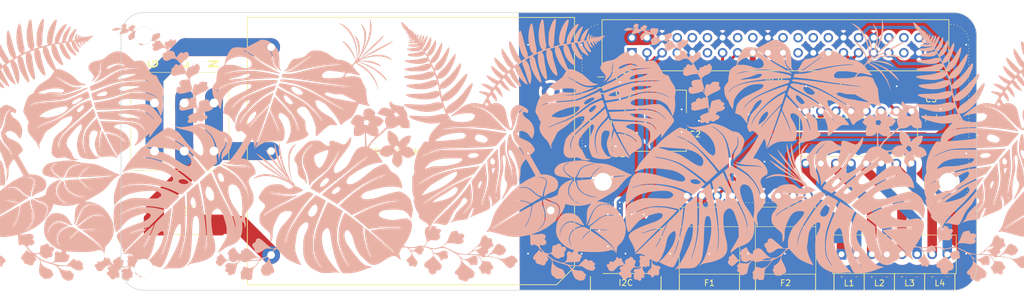
<source format=kicad_pcb>
(kicad_pcb (version 20221018) (generator pcbnew)
  (layers (0 "F.Cu" signal) (31 "B.Cu" signal) (34 "B.Paste" user) (35 "F.Paste" user) (36 "B.SilkS" user "B.Silkscreen") (37 "F.SilkS" user "F.Silkscreen") (38 "B.Mask" user) (39 "F.Mask" user) (44 "Edge.Cuts" user))
  (net 0 "")
  (net 1 "+5V")
  (net 2 "PWM0")
  (net 3 "GND")
  (net 4 "PWM1")
  (net 5 "+3V3")
  (net 6 "GPIO21")
  (net 7 "GPIO22")
  (net 8 "GPIO23")
  (net 9 "SDA1")
  (net 10 "SCL1")
  (net 11 "GPIO7")
  (net 12 "GPIO15")
  (net 13 "GPIO16")
  (net 14 "GPIO0")
  (net 15 "GPIO1")
  (net 16 "GPIO17")
  (net 17 "GPIO18")
  (net 18 "GPIO4")
  (net 19 "GPIO5")
  (net 20 "GPIO13")
  (net 21 "GPIO6")
  (net 22 "GPIO14")
  (net 23 "GPIO10")
  (net 24 "GPIO11")
  (net 25 "GPIO24")
  (net 26 "GPIO27")
  (net 27 "GPIO25")
  (net 28 "GPIO9")
  (net 29 "GPIO8")
  (net 30 "Earth")
  (net 31 "Net-(RN1-Pad5)")
  (net 32 "Net-(RN1-Pad6)")
  (net 33 "Net-(RN1-Pad7)")
  (net 34 "Net-(RN1-Pad8)")
  (net 35 "Net-(TRANSFORMER1-AC(L))")
  (net 38 "LINE")
  (net 39 "NEUT")
  (net 40 "Net-(J2-Pad1)")
  (net 41 "Net-(J2-Pad2)")
  (net 42 "Net-(J2-Pad3)")
  (net 43 "Net-(J2-Pad4)")
  (net 44 "Net-(J2-Pad5)")
  (net 45 "Net-(J2-Pad6)")
  (net 46 "Net-(J2-Pad7)")
  (net 47 "Net-(J2-Pad8)")
  (net 48 "GPIO26")
  (net 49 "GPIO20")
  (footprint "Greenhouse-Footprints:mounting hole" (layer "F.Cu") (at 40.8 103.45)
    (fp_text reference "REF**" hide)
    (fp_text value "mounting hole" hide)
    (fp_circle (center 0 0) (end 1.5 0) (stroke (width 0.05)) (fill none) (layer "Edge.Cuts"))
    (pad "" np_thru_hole circle (at 0 0) (size 3 3) (drill 3) (layers "F&B.Cu" "*.Mask") (clearance 0.5))
  )
  (footprint "Greenhouse-Footprints:Fan Header 3,4-pin through hole right angle, custom" (layer "F.Cu") (at 135.904 93.248 180)
    (fp_text reference "F1" (at 0 -12.782 unlocked) (layer "F.SilkS"))
    (fp_text value "Conn_01x03" hide)
    (pad "1" thru_hole circle (at -3.81 1.9 180) (size 1.6 1.6) (drill 1) (layers "*.Cu" "*.Mask") (net 4 "PWM1"))
    (pad "2" thru_hole circle (at -1.27 1.9 180) (size 1.6 1.6) (drill 1) (layers "*.Cu" "*.Mask") (net 26 "GPIO27"))
    (pad "3" thru_hole circle (at 1.27 1.9 180) (size 1.6 1.6) (drill 1) (layers "*.Cu" "*.Mask") (net 1 "+5V"))
    (pad "4" thru_hole circle (at 3.81 1.9 180) (size 1.6 1.6) (drill 1) (layers "*.Cu" "*.Mask") (net 3 "GND"))
  )
  (footprint "Greenhouse-Footprints:JST_S4B-PH-SM4-TB, custom" (layer "F.Cu") (at 121.836 97.185 180)
    (fp_text reference "I2C" (at 0 -8.815) (layer "F.SilkS"))
    (fp_text value "Conn_01x04" hide)
    (pad "1" smd roundrect (at 3 0 180) (size 1 3.5) (layers "F.Cu" "F.Paste" "F.Mask") (net 3 "GND"))
    (pad "2" smd roundrect (at 1 0 180) (size 1 3.5) (layers "F.Cu" "F.Paste" "F.Mask") (net 5 "+3V3"))
    (pad "3" smd roundrect (at -1 0 180) (size 1 3.5) (layers "F.Cu" "F.Paste" "F.Mask") (net 9 "SDA1"))
    (pad "4" smd roundrect (at -3 0 180) (size 1 3.5) (layers "F.Cu" "F.Paste" "F.Mask") (net 10 "SCL1"))
    (pad "P1" smd roundrect (at 5.35 -5.75 180) (size 1.5 3.4) (layers "F.Cu" "F.Paste" "F.Mask") (roundrect_rratio 0.3333333333))
    (pad "P2" smd roundrect (at -5.35 -5.75 180) (size 1.5 3.4) (layers "F.Cu" "F.Paste" "F.Mask") (roundrect_rratio 0.3333333333))
  )
  (footprint "Greenhouse-Footprints:DIP880W50P254L2034H450Q16" (layer "F.Cu") (at 160.97 81.5 -90)
    (fp_text reference "U1" (at 0 11.364) (layer "F.SilkS"))
    (fp_text value "LTV-847S" hide)
    (pad "1" thru_hole rect (at -4.4 -8.89 270) (size 1.6 1.6) (drill 1) (layers "*.Cu" "*.Mask") (net 5 "+3V3"))
    (pad "2" thru_hole circle (at -4.4 -6.35 270) (size 1.6 1.6) (drill 1) (layers "*.Cu" "*.Mask") (net 34 "Net-(RN1-Pad8)"))
    (pad "3" thru_hole circle (at -4.4 -3.81 270) (size 1.6 1.6) (drill 1) (layers "*.Cu" "*.Mask") (net 5 "+3V3"))
    (pad "4" thru_hole circle (at -4.4 -1.27 270) (size 1.6 1.6) (drill 1) (layers "*.Cu" "*.Mask") (net 33 "Net-(RN1-Pad7)"))
    (pad "5" thru_hole circle (at -4.4 1.27 270) (size 1.6 1.6) (drill 1) (layers "*.Cu" "*.Mask") (net 5 "+3V3"))
    (pad "6" thru_hole circle (at -4.4 3.81 270) (size 1.6 1.6) (drill 1) (layers "*.Cu" "*.Mask") (net 32 "Net-(RN1-Pad6)"))
    (pad "7" thru_hole circle (at -4.4 6.35 270) (size 1.6 1.6) (drill 1) (layers "*.Cu" "*.Mask") (net 5 "+3V3"))
    (pad "8" thru_hole circle (at -4.4 8.89 270) (size 1.6 1.6) (drill 1) (layers "*.Cu" "*.Mask") (net 31 "Net-(RN1-Pad5)"))
    (pad "9" thru_hole circle (at 4.4 8.89 270) (size 1.6 1.6) (drill 1) (layers "*.Cu" "*.Mask") (net 40 "Net-(J2-Pad1)"))
    (pad "10" thru_hole circle (at 4.4 6.35 270) (size 1.6 1.6) (drill 1) (layers "*.Cu" "*.Mask") (net 41 "Net-(J2-Pad2)"))
    (pad "11" thru_hole circle (at 4.4 3.81 270) (size 1.6 1.6) (drill 1) (layers "*.Cu" "*.Mask") (net 42 "Net-(J2-Pad3)"))
    (pad "12" thru_hole circle (at 4.4 1.27 270) (size 1.6 1.6) (drill 1) (layers "*.Cu" "*.Mask") (net 43 "Net-(J2-Pad4)"))
    (pad "13" thru_hole circle (at 4.4 -1.27 270) (size 1.6 1.6) (drill 1) (layers "*.Cu" "*.Mask") (net 44 "Net-(J2-Pad5)"))
    (pad "14" thru_hole circle (at 4.4 -3.81 270) (size 1.6 1.6) (drill 1) (layers "*.Cu" "*.Mask") (net 45 "Net-(J2-Pad6)"))
    (pad "15" thru_hole circle (at 4.4 -6.35 270) (size 1.6 1.6) (drill 1) (layers "*.Cu" "*.Mask") (net 46 "Net-(J2-Pad7)"))
    (pad "16" thru_hole circle (at 4.4 -8.89 270) (size 1.6 1.6) (drill 1) (layers "*.Cu" "*.Mask") (net 47 "Net-(J2-Pad8)"))
  )
  (footprint "Greenhouse-Footprints:RESCAF80P320X160X60-8N" (layer "F.Cu") (at 159.7 72.914 -90)
    (fp_text reference "RN1" (at 0 -2.86 90) (layer "F.SilkS"))
    (fp_text value "CAY16-271J4LF" hide)
    (pad "1" smd roundrect (at -0.875 -1.2 270) (size 1 0.5) (layers "F.Cu" "F.Paste" "F.Mask") (roundrect_rratio 0.07) (net 20 "GPIO13"))
    (pad "2" smd roundrect (at -0.875 -0.4 270) (size 1 0.5) (layers "F.Cu" "F.Paste" "F.Mask") (roundrect_rratio 0.07) (net 21 "GPIO6"))
    (pad "3" smd roundrect (at -0.875 0.4 270) (size 1 0.5) (layers "F.Cu" "F.Paste" "F.Mask") (roundrect_rratio 0.07) (net 19 "GPIO5"))
    (pad "4" smd roundrect (at -0.875 1.2 270) (size 1 0.5) (layers "F.Cu" "F.Paste" "F.Mask") (roundrect_rratio 0.07) (net 14 "GPIO0"))
    (pad "5" smd roundrect (at 0.875 1.2 90) (size 1 0.5) (layers "F.Cu" "F.Paste" "F.Mask") (roundrect_rratio 0.07) (net 31 "Net-(RN1-Pad5)"))
    (pad "6" smd roundrect (at 0.875 0.4 90) (size 1 0.5) (layers "F.Cu" "F.Paste" "F.Mask") (roundrect_rratio 0.07) (net 32 "Net-(RN1-Pad6)"))
    (pad "7" smd roundrect (at 0.875 -0.4 90) (size 1 0.5) (layers "F.Cu" "F.Paste" "F.Mask") (roundrect_rratio 0.07) (net 33 "Net-(RN1-Pad7)"))
    (pad "8" smd roundrect (at 0.875 -1.2 90) (size 1 0.5) (layers "F.Cu" "F.Paste" "F.Mask") (roundrect_rratio 0.07) (net 34 "Net-(RN1-Pad8)"))
  )
  (footprint "Greenhouse-Footprints:CAP_EEEFT1H331AP" (layer "F.Cu") (at 126.873 78.702)
    (fp_text reference "C2" (at 6.604 2.286) (layer "F.SilkS"))
    (fp_text value "330µF" hide)
    (pad "1" smd roundrect (at -4.35 0) (size 4.1 2) (layers "F.Cu" "F.Paste" "F.Mask") (roundrect_rratio 0.2) (net 1 "+5V"))
    (pad "2" smd roundrect (at 4.35 0) (size 4.1 2) (layers "F.Cu" "F.Paste" "F.Mask") (roundrect_rratio 0.2) (net 3 "GND"))
  )
  (footprint "Greenhouse-Footprints:mounting hole" (layer "F.Cu") (at 40.8 64.3)
    (fp_text reference "REF**" hide)
    (fp_text value "mounting hole" hide)
    (fp_circle (center 0 0) (end 1.5 0) (stroke (width 0.05)) (fill none) (layer "Edge.Cuts"))
    (pad "" np_thru_hole circle (at 0 0) (size 3 3) (drill 3) (layers "F&B.Cu" "*.Mask") (clearance 0.5))
  )
  (footprint "Greenhouse-Footprints:LD05-23B05R2-M" (layer "F.Cu") (at 58.22 61.32)
    (fp_text reference "TRANSFORMER" (at 25.727 22.627 unlocked) (layer "F.SilkS"))
    (fp_text value "~" hide)
    (pad "1" thru_hole circle (at 4 5) (size 3 3) (drill 1.3) (layers "*.Cu" "*.Mask") (net 30 "Earth"))
    (pad "2" thru_hole circle (at 4 22.5) (size 3 3) (drill 1.3) (layers "*.Cu" "*.Mask") (net 39 "NEUT"))
    (pad "3" thru_hole circle (at 4 40) (size 3 3) (drill 1.3) (layers "*.Cu" "*.Mask") (net 35 "Net-(TRANSFORMER1-AC(L))"))
    (pad "4" thru_hole circle (at 51 32.5) (size 3 3) (drill 1.3) (layers "*.Cu" "*.Mask") (net 1 "+5V"))
    (pad "5" thru_hole circle (at 51 12.5) (size 3 3) (drill 1.3) (layers "*.Cu" "*.Mask") (net 3 "GND"))
  )
  (footprint "Greenhouse-Footprints:2604-1103" (layer "F.Cu") (at 47.615 83.82)
    (fp_text reference "J1" hide)
    (fp_text value "Conn_01x03" hide)
    (pad "1" thru_hole oval (at -5 -8.1 180) (size 3 5) (drill 1.5) (layers "*.Cu" "*.Mask") (net 30 "Earth"))
    (pad "1" thru_hole oval (at -5 0 180) (size 3 5) (drill 1.5) (layers "*.Cu" "*.Mask") (net 30 "Earth"))
    (pad "2" thru_hole oval (at 0 -8.1 180) (size 3 5) (drill 1.5) (layers "*.Cu" "*.Mask") (net 38 "LINE"))
    (pad "2" thru_hole oval (at 0 0 180) (size 3 5) (drill 1.5) (layers "*.Cu" "*.Mask") (net 38 "LINE"))
    (pad "3" thru_hole oval (at 5 -8.1 180) (size 3 5) (drill 1.5) (layers "*.Cu" "*.Mask") (net 39 "NEUT"))
    (pad "3" thru_hole oval (at 5 0 180) (size 3 5) (drill 1.5) (layers "*.Cu" "*.Mask") (net 39 "NEUT"))
  )
  (footprint "Greenhouse-Footprints:SF-3812TM200T-2" (layer "F.Cu") (at 47.615 96.266 180)
    (fp_text reference "FUSE" (at -0.01 2.667 unlocked) (layer "F.SilkS"))
    (fp_text value "Fuse" hide)
    (pad "1" smd roundrect (at -4.9 0 180) (size 3.8 3.5) (layers "F.Cu" "F.Paste" "F.Mask") (roundrect_rratio 0.15) (net 35 "Net-(TRANSFORMER1-AC(L))"))
    (pad "2" smd roundrect (at 4.9 0 180) (size 3.8 3.5) (layers "F.Cu" "F.Paste" "F.Mask") (roundrect_rratio 0.15) (net 38 "LINE"))
  )
  (footprint "Greenhouse-Footprints:Fan Header 3,4-pin through hole right angle, custom" (layer "F.Cu") (at 148.7 93.248 180)
    (fp_text reference "F2" (at 0 -12.782 unlocked) (layer "F.SilkS"))
    (fp_text value "Conn_01x03" hide)
    (pad "1" thru_hole circle (at -3.81 1.9 180) (size 1.6 1.6) (drill 1) (layers "*.Cu" "*.Mask") (net 2 "PWM0"))
    (pad "2" thru_hole circle (at -1.27 1.9 180) (size 1.6 1.6) (drill 1) (layers "*.Cu" "*.Mask") (net 7 "GPIO22"))
    (pad "3" thru_hole circle (at 1.27 1.9 180) (size 1.6 1.6) (drill 1) (layers "*.Cu" "*.Mask") (net 1 "+5V"))
    (pad "4" thru_hole circle (at 3.81 1.9 180) (size 1.6 1.6) (drill 1) (layers "*.Cu" "*.Mask") (net 3 "GND"))
  )
  (footprint "Greenhouse-Footprints:CAPC3216X180N" (layer "F.Cu") (at 173.17 78.201 90)
    (fp_text reference "C5" (at 3.12 0) (layer "F.SilkS"))
    (fp_text value ".1µF" hide)
    (pad "1" smd roundrect (at -1.46 0 90) (size 1.2 1.82) (layers "F.Cu" "F.Paste" "F.Mask") (roundrect_rratio 0.3333333333) (net 5 "+3V3"))
    (pad "2" smd roundrect (at 1.46 0 90) (size 1.2 1.82) (layers "F.Cu" "F.Paste" "F.Mask") (roundrect_rratio 0.3333333333) (net 3 "GND"))
  )
  (footprint "Greenhouse-Footprints:CAPC3216X180N" (layer "F.Cu") (at 117.665 75.03)
    (fp_text reference "C1" (at 3.366 -0.989) (layer "F.SilkS"))
    (fp_text value "1µF" hide)
    (pad "1" smd roundrect (at -1.46 0) (size 1.2 1.82) (layers "F.Cu" "F.Paste" "F.Mask") (roundrect_rratio 0.3333333333) (net 1 "+5V"))
    (pad "2" smd roundrect (at 1.46 0) (size 1.2 1.82) (layers "F.Cu" "F.Paste" "F.Mask") (roundrect_rratio 0.3333333333) (net 3 "GND"))
  )
  (footprint "Greenhouse-Footprints:CAPC3216X180N" (layer "F.Cu") (at 117.665 72.236)
    (fp_text reference "C3" (at 3.366 -0.989 180) (layer "F.SilkS"))
    (fp_text value ".1µF" hide)
    (pad "1" smd roundrect (at -1.46 0) (size 1.2 1.82) (layers "F.Cu" "F.Paste" "F.Mask") (roundrect_rratio 0.3333333333) (net 1 "+5V"))
    (pad "2" smd roundrect (at 1.46 0) (size 1.2 1.82) (layers "F.Cu" "F.Paste" "F.Mask") (roundrect_rratio 0.3333333333) (net 3 "GND"))
  )
  (footprint "Greenhouse-Footprints:TE_282834-8, custom" (layer "F.Cu") (at 167 101.2)
    (fp_text reference "J2" hide)
    (fp_text value "282834-8" hide)
    (fp_text user "+" (at 6.35 4.064 unlocked) (layer "F.SilkS") (effects (font (size 0.5 0.5) (thickness 0.05)) (justify bottom)))
    (fp_text user "+" (at -3.81 4.064 unlocked) (layer "F.SilkS") (effects (font (size 0.5 0.5) (thickness 0.05)) (justify bottom)))
    (fp_text user "-" (at 3.81 4.064 unlocked) (layer "F.SilkS") (effects (font (size 0.5 0.5) (thickness 0.05)) (justify bottom)))
    (fp_text user "L3" (at 2.54 4.85 unlocked) (layer "F.SilkS"))
    (fp_text user "-" (at -1.27 4.064 unlocked) (layer "F.SilkS") (effects (font (size 0.5 0.5) (thickness 0.05)) (justify bottom)))
    (fp_text user "L4" (at 7.62 4.85 unlocked) (layer "F.SilkS"))
    (fp_text user "L1" (at -7.62 4.85 unlocked) (layer "F.SilkS"))
    (fp_text user "-" (at 8.89 4.064 unlocked) (layer "F.SilkS") (effects (font (size 0.5 0.5) (thickness 0.05)) (justify bottom)))
    (fp_text user "L2" (at -2.54 4.85 unlocked) (layer "F.SilkS"))
    (fp_text user "+" (at 1.27 4.064 unlocked) (layer "F.SilkS") (effects (font (size 0.5 0.5) (thickness 0.05)) (justify bottom)))
    (fp_text user "+" (at -8.89 4.064 unlocked) (layer "F.SilkS") (effects (font (size 0.5 0.5) (thickness 0.05)) (justify bottom)))
    (fp_text user "-" (at -6.35 4.064 unlocked) (layer "F.SilkS") (effects (font (size 0.5 0.5) (thickness 0.05)) (justify bottom)))
    (pad "1" thru_hole rect (at -8.89 0) (size 1.6 1.8) (drill 1) (layers "*.Cu" "*.Mask") (net 40 "Net-(J2-Pad1)"))
    (pad "2" thru_hole circle (at -6.35 0) (size 1.6 1.6) (drill 1) (layers "*.Cu" "*.Mask") (net 41 "Net-(J2-Pad2)"))
    (pad "3" thru_hole circle (at -3.81 0) (size 1.6 1.6) (drill 1) (layers "*.Cu" "*.Mask") (net 42 "Net-(J2-Pad3)"))
    (pad "4" thru_hole circle (at -1.27 0) (size 1.6 1.6) (drill 1) (layers "*.Cu" "*.Mask") (net 43 "Net-(J2-Pad4)"))
    (pad "5" thru_hole circle (at 1.27 0) (size 1.6 1.6) (drill 1) (layers "*.Cu" "*.Mask") (net 44 "Net-(J2-Pad5)"))
    (pad "6" thru_hole circle (at 3.81 0) (size 1.6 1.6) (drill 1) (layers "*.Cu" "*.Mask") (net 45 "Net-(J2-Pad6)"))
    (pad "7" thru_hole circle (at 6.35 0) (size 1.6 1.6) (drill 1) (layers "*.Cu" "*.Mask") (net 46 "Net-(J2-Pad7)"))
    (pad "8" thru_hole circle (at 8.89 0) (size 1.6 1.6) (drill 1) (layers "*.Cu" "*.Mask") (net 47 "Net-(J2-Pad8)"))
  )
  (footprint "Greenhouse-Footprints:Raspi Zero W Socket TH" (layer "F.Cu") (at 147 66)
    (fp_text reference "RPIZ" (at 0 5.501 unlocked) (layer "F.SilkS"))
    (fp_text value "Conn_02x20_Odd_Even" hide)
    (fp_circle (center -29 23) (end -27.5 23) (stroke (width 0.05)) (fill none) (layer "Edge.Cuts"))
    (fp_circle (center 29 23) (end 30.5 23) (stroke (width 0.05)) (fill none) (layer "Edge.Cuts"))
    (pad "" np_thru_hole circle (at -29 23) (size 3 3) (drill 3) (layers "F&B.Cu" "*.Mask") (clearance 0.5))
    (pad "" np_thru_hole circle (at 29 23) (size 3 3) (drill 3) (layers "F&B.Cu" "*.Mask") (clearance 0.5))
    (pad "1" thru_hole rect (at -24.13 1.27) (size 1.6 1.6) (drill 1) (layers "*.Cu" "*.Mask") (net 5 "+3V3"))
    (pad "2" thru_hole circle (at -24.13 -1.27) (size 1.6 1.6) (drill 1) (layers "*.Cu" "*.Mask") (net 1 "+5V"))
    (pad "3" thru_hole circle (at -21.59 1.27) (size 1.6 1.6) (drill 1) (layers "*.Cu" "*.Mask") (net 9 "SDA1"))
    (pad "4" thru_hole circle (at -21.59 -1.27) (size 1.6 1.6) (drill 1) (layers "*.Cu" "*.Mask") (net 1 "+5V"))
    (pad "5" thru_hole circle (at -19.05 1.27) (size 1.6 1.6) (drill 1) (layers "*.Cu" "*.Mask") (net 10 "SCL1"))
    (pad "6" thru_hole circle (at -19.05 -1.27) (size 1.6 1.6) (drill 1) (layers "*.Cu" "*.Mask") (net 3 "GND"))
    (pad "7" thru_hole circle (at -16.51 1.27) (size 1.6 1.6) (drill 1) (layers "*.Cu" "*.Mask") (net 18 "GPIO4"))
    (pad "8" thru_hole circle (at -16.51 -1.27) (size 1.6 1.6) (drill 1) (layers "*.Cu" "*.Mask") (net 22 "GPIO14"))
    (pad "9" thru_hole circle (at -13.97 1.27) (size 1.6 1.6) (drill 1) (layers "*.Cu" "*.Mask") (net 3 "GND"))
    (pad "10" thru_hole circle (at -13.97 -1.27) (size 1.6 1.6) (drill 1) (layers "*.Cu" "*.Mask") (net 12 "GPIO15"))
    (pad "11" thru_hole circle (at -11.43 1.27) (size 1.6 1.6) (drill 1) (layers "*.Cu" "*.Mask") (net 16 "GPIO17"))
    (pad "12" thru_hole circle (at -11.43 -1.27) (size 1.6 1.6) (drill 1) (layers "*.Cu" "*.Mask") (net 17 "GPIO18"))
    (pad "13" thru_hole circle (at -8.89 1.27) (size 1.6 1.6) (drill 1) (layers "*.Cu" "*.Mask") (net 26 "GPIO27"))
    (pad "14" thru_hole circle (at -8.89 -1.27) (size 1.6 1.6) (drill 1) (layers "*.Cu" "*.Mask") (net 3 "GND"))
    (pad "15" thru_hole circle (at -6.35 1.27) (size 1.6 1.6) (drill 1) (layers "*.Cu" "*.Mask") (net 7 "GPIO22"))
    (pad "16" thru_hole circle (at -6.35 -1.27) (size 1.6 1.6) (drill 1) (layers "*.Cu" "*.Mask") (net 8 "GPIO23"))
    (pad "17" thru_hole circle (at -3.81 1.27) (size 1.6 1.6) (drill 1) (layers "*.Cu" "*.Mask") (net 5 "+3V3"))
    (pad "18" thru_hole circle (at -3.81 -1.27) (size 1.6 1.6) (drill 1) (layers "*.Cu" "*.Mask") (net 25 "GPIO24"))
    (pad "19" thru_hole circle (at -1.27 1.27) (size 1.6 1.6) (drill 1) (layers "*.Cu" "*.Mask") (net 23 "GPIO10"))
    (pad "20" thru_hole circle (at -1.27 -1.27) (size 1.6 1.6) (drill 1) (layers "*.Cu" "*.Mask") (net 3 "GND"))
    (pad "21" thru_hole circle (at 1.27 1.27) (size 1.6 1.6) (drill 1) (layers "*.Cu" "*.Mask") (net 28 "GPIO9"))
    (pad "22" thru_hole circle (at 1.27 -1.27) (size 1.6 1.6) (drill 1) (layers "*.Cu" "*.Mask") (net 27 "GPIO25"))
    (pad "23" thru_hole circle (at 3.81 1.27) (size 1.6 1.6) (drill 1) (layers "*.Cu" "*.Mask") (net 24 "GPIO11"))
    (pad "24" thru_hole circle (at 3.81 -1.27) (size 1.6 1.6) (drill 1) (layers "*.Cu" "*.Mask") (net 29 "GPIO8"))
    (pad "25" thru_hole circle (at 6.35 1.27) (size 1.6 1.6) (drill 1) (layers "*.Cu" "*.Mask") (net 3 "GND"))
    (pad "26" thru_hole circle (at 6.35 -1.27) (size 1.6 1.6) (drill 1) (layers "*.Cu" "*.Mask") (net 11 "GPIO7"))
    (pad "27" thru_hole circle (at 8.89 1.27) (size 1.6 1.6) (drill 1) (layers "*.Cu" "*.Mask") (net 14 "GPIO0"))
    (pad "28" thru_hole circle (at 8.89 -1.27) (size 1.6 1.6) (drill 1) (layers "*.Cu" "*.Mask") (net 15 "GPIO1"))
    (pad "29" thru_hole circle (at 11.43 1.27) (size 1.6 1.6) (drill 1) (layers "*.Cu" "*.Mask") (net 19 "GPIO5"))
    (pad "30" thru_hole circle (at 11.43 -1.27) (size 1.6 1.6) (drill 1) (layers "*.Cu" "*.Mask") (net 3 "GND"))
    (pad "31" thru_hole circle (at 13.97 1.27) (size 1.6 1.6) (drill 1) (layers "*.Cu" "*.Mask") (net 21 "GPIO6"))
    (pad "32" thru_hole circle (at 13.97 -1.27) (size 1.6 1.6) (drill 1) (layers "*.Cu" "*.Mask") (net 2 "PWM0"))
    (pad "33" thru_hole circle (at 16.51 1.27) (size 1.6 1.6) (drill 1) (layers "*.Cu" "*.Mask") (net 20 "GPIO13"))
    (pad "34" thru_hole circle (at 16.51 -1.27) (size 1.6 1.6) (drill 1) (layers "*.Cu" "*.Mask") (net 3 "GND"))
    (pad "35" thru_hole circle (at 19.05 1.27) (size 1.6 1.6) (drill 1) (layers "*.Cu" "*.Mask") (net 4 "PWM1"))
    (pad "36" thru_hole circle (at 19.05 -1.27) (size 1.6 1.6) (drill 1) (layers "*.Cu" "*.Mask") (net 13 "GPIO16"))
    (pad "37" thru_hole circle (at 21.59 1.27) (size 1.6 1.6) (drill 1) (layers "*.Cu" "*.Mask") (net 48 "GPIO26"))
    (pad "38" thru_hole circle (at 21.59 -1.27) (size 1.6 1.6) (drill 1) (layers "*.Cu" "*.Mask") (net 49 "GPIO20"))
    (pad "39" thru_hole circle (at 24.13 1.27) (size 1.6 1.6) (drill 1) (layers "*.Cu" "*.Mask") (net 3 "GND"))
    (pad "40" thru_hole circle (at 24.13 -1.27) (size 1.6 1.6) (drill 1) (layers "*.Cu" "*.Mask") (net 6 "GPIO21"))
  )
  (footprint "Greenhouse-Footprints:DIOM4336X265N" (layer "F.Cu") (at 117.602 80.867 90)
    (fp_text reference "D1" (at -3.461 3.175 180) (layer "F.SilkS"))
    (fp_text value "D_Zener" hide)
    (pad "1" smd roundrect (at 2.165 0 90) (size 2.28 2.12) (layers "F.Cu" "F.Paste" "F.Mask") (roundrect_rratio 0.1886792453) (net 1 "+5V"))
    (pad "2" smd roundrect (at -2.165 0 90) (size 2.28 2.12) (layers "F.Cu" "F.Paste" "F.Mask") (roundrect_rratio 0.1886792453) (net 3 "GND"))
  )
  (footprint "Greenhouse-Footprints:plant_graphics" (layer "B.Cu") (at 102.7162 83.6676 180)
    (fp_text reference "G***" hide)
    (fp_text value "LOGO" hide)
  )
  (gr_line (start 177 107.25) (end 40.8 107.25) (stroke (width 0.1)) (layer "Edge.Cuts"))
  (gr_line (start 40.8 60.5) (end 177 60.5) (stroke (width 0.1)) (layer "Edge.Cuts"))
  (gr_line (start 180.8 64.3) (end 180.8 103.45) (stroke (width 0.1)) (layer "Edge.Cuts"))
  (gr_arc (start 180.8 103.45) (mid 179.687006 106.137005) (end 177 107.25) (stroke (width 0.1)) (layer "Edge.Cuts"))
  (gr_arc (start 37 64.3) (mid 38.112994 61.612995) (end 40.8 60.5) (stroke (width 0.1)) (layer "Edge.Cuts"))
  (gr_arc (start 177 60.5) (mid 179.687005 61.612994) (end 180.8 64.3) (stroke (width 0.1)) (layer "Edge.Cuts"))
  (gr_line (start 37 103.45) (end 37 64.3) (stroke (width 0.1)) (layer "Edge.Cuts"))
  (gr_arc (start 40.8 107.25) (mid 38.112995 106.137006) (end 37 103.45) (stroke (width 0.1)) (layer "Edge.Cuts"))
  (gr_text "L" (at 47.498 70.104 90) (layer "F.SilkS") (effects (font (size 1.5 1.5) (thickness 0.3) bold) (justify left)))
  (gr_text "G" (at 42.418 70.104 90) (layer "F.SilkS") (effects (font (size 1.5 1.5) (thickness 0.3) bold) (justify left)))
  (gr_text "N" (at 52.578 70.104 90) (layer "F.SilkS") (effects (font (size 1.5 1.5) (thickness 0.3) bold) (justify left)))
  (segment (start 130.302 94.742) (end 128.524 92.964) (width 1.6) (layer "F.Cu") (net 1))
  (segment (start 114.338 78.702) (end 123 78.702) (width 4) (layer "F.Cu") (net 1))
  (segment (start 145.48363 94.742) (end 130.302 94.742) (width 1.6) (layer "F.Cu") (net 1))
  (segment (start 120.35 64.73) (end 116.205 68.875) (width 2.5) (layer "F.Cu") (net 1))
  (segment (start 147.43 92.79563) (end 145.48363 94.742) (width 1.6) (layer "F.Cu") (net 1))
  (segment (start 128.524 84.226) (end 123 78.702) (width 1.6) (layer "F.Cu") (net 1))
  (segment (start 116.205 68.875) (end 116.205 78.702) (width 2.5) (layer "F.Cu") (net 1))
  (segment (start 134.634 94.742) (end 134.634 91.348) (width 1.6) (layer "F.Cu") (net 1))
  (segment (start 147.43 92.79563) (end 147.43 91.348) (width 1.6) (layer "F.Cu") (net 1))
  (segment (start 128.524 92.964) (end 128.524 84.226) (width 1.6) (layer "F.Cu") (net 1))
  (segment (start 109.22 83.82) (end 114.338 78.702) (width 4) (layer "F.Cu") (net 1))
  (segment (start 125.41 64.73) (end 122.87 64.73) (width 2.5) (layer "F.Cu") (net 1))
  (segment (start 122.87 64.73) (end 120.35 64.73) (width 2.5) (layer "F.Cu") (net 1))
  (segment (start 109.22 93.82) (end 109.22 83.82) (width 4) (layer "F.Cu") (net 1))
  (segment (start 175.50237 81.915) (end 177.192 80.22537) (width 0.5) (layer "B.Cu") (net 2))
  (segment (start 177.192 80.22537) (end 177.192 68.226) (width 0.5) (layer "B.Cu") (net 2))
  (segment (start 149.352 88.011) (end 149.352 88.19) (width 0.5) (layer "B.Cu") (net 2))
  (segment (start 162.708 62.992) (end 160.97 64.73) (width 0.5) (layer "B.Cu") (net 2))
  (segment (start 149.352 84.582) (end 152.019 81.915) (width 0.5) (layer "B.Cu") (net 2))
  (segment (start 152.019 81.915) (end 175.50237 81.915) (width 0.5) (layer "B.Cu") (net 2))
  (segment (start 177.192 68.226) (end 171.958 62.992) (width 0.5) (layer "B.Cu") (net 2))
  (segment (start 171.958 62.992) (end 162.708 62.992) (width 0.5) (layer "B.Cu") (net 2))
  (segment (start 149.352 88.011) (end 149.352 84.582) (width 0.5) (layer "B.Cu") (net 2))
  (segment (start 149.352 88.19) (end 152.51 91.348) (width 0.5) (layer "B.Cu") (net 2))
  (via (at 105.41 65.913) (size 0.6) (drill 0.3) (layers "F.Cu" "B.Cu") (net 3))
  (via (at 117.389 97.185) (size 0.6) (drill 0.3) (layers "F.Cu" "B.Cu") (net 3))
  (via (at 118.836 94.488) (size 0.6) (drill 0.3) (layers "F.Cu" "B.Cu") (net 3))
  (via (at 142.367 101.092) (size 0.6) (drill 0.3) (layers "F.Cu" "B.Cu") (net 3))
  (via (at 114.427 65.913) (size 0.6) (drill 0.3) (layers "F.Cu" "B.Cu") (net 3))
  (via (at 129.286 101.092) (size 0.6) (drill 0.3) (layers "F.Cu" "B.Cu") (net 3))
  (via (at 120.841 75.03) (size 0.6) (drill 0.3) (layers "F.Cu" "B.Cu") (net 3))
  (via (at 174.752 76.741) (size 0.6) (drill 0.3) (layers "F.Cu" "B.Cu") (net 3))
  (via (at 114.427 101.092) (size 0.6) (drill 0.3) (layers "F.Cu" "B.Cu") (net 3))
  (via (at 120.142 83.002) (size 0.6) (drill 0.3) (layers "F.Cu" "B.Cu") (net 3))
  (via (at 179.07 65.913) (size 0.6) (drill 0.3) (layers "F.Cu" "B.Cu") (net 3))
  (via (at 120.841 72.236) (size 0.6) (drill 0.3) (layers "F.Cu" "B.Cu") (net 3))
  (via (at 121.793 101.092) (size 0.6) (drill 0.3) (layers "F.Cu" "B.Cu") (net 3))
  (via (at 142.494 77.597) (size 0.6) (drill 0.3) (layers "F.Cu" "B.Cu") (net 3))
  (via (at 105.41 101.092) (size 0.6) (drill 0.3) (layers "F.Cu" "B.Cu") (net 3))
  (via (at 134.123 78.702) (size 0.6) (drill 0.3) (layers "F.Cu" "B.Cu") (net 3))
  (via (at 118.836 99.882) (size 0.6) (drill 0.3) (layers "F.Cu" "B.Cu") (net 3))
  (via (at 115.062 83.002) (size 0.6) (drill 0.3) (layers "F.Cu" "B.Cu") (net 3))
  (via (at 179.07 101.092) (size 0.6) (drill 0.3) (layers "F.Cu" "B.Cu") (net 3))
  (via (at 148.59 101.092) (size 0.6) (drill 0.3) (layers "F.Cu" "B.Cu") (net 3))
  (via (at 131.223 80.602) (size 0.6) (drill 0.3) (layers "F.Cu" "B.Cu") (net 3))
  (via (at 145.161 85.598) (size 0.6) (drill 0.3) (layers "F.Cu" "B.Cu") (net 3))
  (via (at 105.41 84.201) (size 0.6) (drill 0.3) (layers "F.Cu" "B.Cu") (net 3))
  (via (at 167.386 72.898) (size 0.6) (drill 0.3) (layers "F.Cu" "B.Cu") (net 3))
  (via (at 179.07 84.201) (size 0.6) (drill 0.3) (layers "F.Cu" "B.Cu") (net 3))
  (via (at 152.146 72.898) (size 0.6) (drill 0.3) (layers "F.Cu" "B.Cu") (net 3))
  (via (at 131.223 76.802) (size 0.6) (drill 0.3) (layers "F.Cu" "B.Cu") (net 3))
  (via (at 135.89 101.092) (size 0.6) (drill 0.3) (layers "F.Cu" "B.Cu") (net 3))
  (segment (start 144.183 81.115) (end 175.171 81.115) (width 0.5) (layer "B.Cu") (net 4))
  (segment (start 139.714 90.17) (end 139.714 85.584) (width 0.5) (layer "B.Cu") (net 4))
  (segment (start 167.868 69.088) (end 166.05 67.27) (width 0.5) (layer "B.Cu") (net 4))
  (segment (start 173.736 69.088) (end 167.868 69.088) (width 0.5) (layer "B.Cu") (net 4))
  (segment (start 176.392 79.894) (end 176.392 71.744) (width 0.5) (layer "B.Cu") (net 4))
  (segment (start 175.171 81.115) (end 176.392 79.894) (width 0.5) (layer "B.Cu") (net 4))
  (segment (start 176.392 71.744) (end 173.736 69.088) (width 0.5) (layer "B.Cu") (net 4))
  (segment (start 139.714 85.584) (end 144.183 81.115) (width 0.5) (layer "B.Cu") (net 4))
  (segment (start 139.714 90.17) (end 139.714 91.348) (width 0.5) (layer "B.Cu") (net 4))
  (segment (start 154.62 79.661) (end 154.62 77.1) (width 1) (layer "F.Cu") (net 5))
  (segment (start 120.836 94.488) (end 120.836 93.472) (width 1) (layer "F.Cu") (net 5))
  (segment (start 169.86 79.661) (end 169.86 77.1) (width 1) (layer "F.Cu") (net 5))
  (segment (start 154.62 79.661) (end 150.527 79.661) (width 1) (layer "F.Cu") (net 5))
  (segment (start 120.836 93.472) (end 120.836 92.456) (width 1) (layer "F.Cu") (net 5))
  (segment (start 154.62 79.661) (end 168.775 79.661) (width 1) (layer "F.Cu") (net 5))
  (segment (start 143.19 72.324) (end 143.19 67.27) (width 1) (layer "F.Cu") (net 5))
  (segment (start 120.836 97.185) (end 120.836 94.488) (width 1) (layer "F.Cu") (net 5))
  (segment (start 164.78 77.1) (end 164.78 79.661) (width 1) (layer "F.Cu") (net 5))
  (segment (start 150.527 79.661) (end 143.19 72.324) (width 1) (layer "F.Cu") (net 5))
  (segment (start 159.7 77.1) (end 159.7 79.661) (width 1) (layer "F.Cu") (net 5))
  (segment (start 168.775 79.661) (end 173.17 79.661) (width 1) (layer "F.Cu") (net 5))
  (via (at 120.836 94.488) (size 0.6) (drill 0.3) (layers "F.Cu" "B.Cu") (net 5))
  (via (at 120.836 93.472) (size 0.6) (drill 0.3) (layers "F.Cu" "B.Cu") (net 5))
  (via (at 120.836 92.456) (size 0.6) (drill 0.3) (layers "F.Cu" "B.Cu") (net 5))
  (segment (start 124.36 88.932) (end 124.36 70.004) (width 1) (layer "B.Cu") (net 5))
  (segment (start 120.836 92.456) (end 124.36 88.932) (width 1) (layer "B.Cu") (net 5))
  (segment (start 124.36 70.004) (end 122.87 68.514) (width 1) (layer "B.Cu") (net 5))
  (segment (start 122.87 68.514) (end 122.87 67.27) (width 1) (layer "B.Cu") (net 5))
  (segment (start 120.836 94.488) (end 120.836 92.456) (width 1) (layer "B.Cu") (net 5))
  (segment (start 140.65 67.27) (end 138.91 69.01) (width 0.5) (layer "F.Cu") (net 7))
  (segment (start 138.91 69.01) (end 138.91 87.287) (width 0.5) (layer "F.Cu") (net 7))
  (segment (start 138.91 87.287) (end 140.65 89.027) (width 0.5) (layer "F.Cu") (net 7))
  (segment (start 140.65 89.027) (end 147.649 89.027) (width 0.5) (layer "F.Cu") (net 7))
  (segment (start 147.649 89.027) (end 149.97 91.348) (width 0.5) (layer "F.Cu") (net 7))
  (segment (start 122.836 97.185) (end 122.836 94.488) (width 0.5) (layer "F.Cu") (net 9))
  (via (at 122.836 94.488) (size 0.6) (drill 0.3) (layers "F.Cu" "B.Cu") (net 9))
  (segment (start 122.836 91.940924) (end 125.41 89.366924) (width 0.5) (layer "B.Cu") (net 9))
  (segment (start 125.41 89.366924) (end 125.41 67.27) (width 0.5) (layer "B.Cu") (net 9))
  (segment (start 125.41 67.642214) (end 125.41 67.27) (width 0.6) (layer "B.Cu") (net 9))
  (segment (start 122.836 94.488) (end 122.836 91.940924) (width 0.5) (layer "B.Cu") (net 9))
  (segment (start 124.836 97.185) (end 124.836 94.488) (width 0.5) (layer "F.Cu") (net 10))
  (via (at 124.836 94.488) (size 0.6) (drill 0.3) (layers "F.Cu" "B.Cu") (net 10))
  (segment (start 124.836 91.072294) (end 126.21 89.698294) (width 0.5) (layer "B.Cu") (net 10))
  (segment (start 126.21 89.698294) (end 126.21 69.01) (width 0.5) (layer "B.Cu") (net 10))
  (segment (start 124.836 94.488) (end 124.836 91.072294) (width 0.5) (layer "B.Cu") (net 10))
  (segment (start 126.21 69.01) (end 127.95 67.27) (width 0.5) (layer "B.Cu") (net 10))
  (segment (start 158.5 72.039) (end 158.5 69.88) (width 0.5) (layer "F.Cu") (net 14))
  (segment (start 155.89 67.27) (end 158.5 69.88) (width 0.5) (layer "F.Cu") (net 14))
  (segment (start 159.3 72.039) (end 159.3 68.14) (width 0.5) (layer "F.Cu") (net 19))
  (segment (start 159.3 68.14) (end 158.43 67.27) (width 0.5) (layer "F.Cu") (net 19))
  (segment (start 160.9 72.039) (end 160.9 69.88) (width 0.5) (layer "F.Cu") (net 20))
  (segment (start 163.51 67.27) (end 160.9 69.88) (width 0.5) (layer "F.Cu") (net 20))
  (segment (start 160.1 68.14) (end 160.97 67.27) (width 0.5) (layer "F.Cu") (net 21))
  (segment (start 160.1 72.039) (end 160.1 68.14) (width 0.5) (layer "F.Cu") (net 21))
  (segment (start 138.11 90.412) (end 138.11 89.916) (width 0.5) (layer "F.Cu") (net 26))
  (segment (start 137.174 91.348) (end 138.11 90.412) (width 0.5) (layer "F.Cu") (net 26))
  (segment (start 138.11 67.27) (end 138.11 89.916) (width 0.5) (layer "F.Cu") (net 26))
  (segment (start 47.726 66.32) (end 62.22 66.32) (width 3) (layer "F.Cu") (net 30))
  (segment (start 42.615 75.72) (end 42.615 71.431) (width 3) (layer "F.Cu") (net 30))
  (segment (start 42.615 71.431) (end 47.726 66.32) (width 3) (layer "F.Cu") (net 30))
  (segment (start 42.615 83.82) (end 42.615 75.72) (width 3) (layer "F.Cu") (net 30))
  (segment (start 47.726 66.32) (end 62.22 66.32) (width 3) (layer "B.Cu") (net 30))
  (segment (start 42.615 71.431) (end 47.726 66.32) (width 3) (layer "B.Cu") (net 30))
  (segment (start 42.615 75.72) (end 42.615 71.431) (width 3) (layer "B.Cu") (net 30))
  (segment (start 42.615 83.82) (end 42.615 75.72) (width 3) (layer "B.Cu") (net 30))
  (segment (start 153.718 75.462) (end 152.08 77.1) (width 0.5) (layer "F.Cu") (net 31))
  (segment (start 158.5 74.62863) (end 157.66663 75.462) (width 0.5) (layer "F.Cu") (net 31))
  (segment (start 158.5 73.789) (end 158.5 74.62863) (width 0.5) (layer "F.Cu") (net 31))
  (segment (start 157.66663 75.462) (end 153.718 75.462) (width 0.5) (layer "F.Cu") (net 31))
  (segment (start 159.3 73.789) (end 159.3 74.96) (width 0.5) (layer "F.Cu") (net 32))
  (segment (start 159.3 74.96) (end 157.16 77.1) (width 0.5) (layer "F.Cu") (net 32))
  (segment (start 160.1 74.96) (end 162.24 77.1) (width 0.5) (layer "F.Cu") (net 33))
  (segment (start 160.1 73.789) (end 160.1 74.96) (width 0.5) (layer "F.Cu") (net 33))
  (segment (start 161.73337 75.462) (end 165.682 75.462) (width 0.5) (layer "F.Cu") (net 34))
  (segment (start 165.682 75.462) (end 167.32 77.1) (width 0.5) (layer "F.Cu") (net 34))
  (segment (start 160.9 73.789) (end 160.9 74.62863) (width 0.5) (layer "F.Cu") (net 34))
  (segment (start 160.9 74.62863) (end 161.73337 75.462) (width 0.5) (layer "F.Cu") (net 34))
  (segment (start 57.166 96.266) (end 62.22 101.32) (width 3) (layer "F.Cu") (net 35))
  (segment (start 57.166 96.266) (end 52.515 96.266) (width 3) (layer "F.Cu") (net 35))
  (segment (start 47.615 83.82) (end 47.615 88.021) (width 3) (layer "F.Cu") (net 38))
  (segment (start 47.615 83.82) (end 47.615 75.72) (width 3) (layer "F.Cu") (net 38))
  (segment (start 42.715 96.266) (end 42.715 92.921) (width 3) (layer "F.Cu") (net 38))
  (segment (start 42.715 92.921) (end 47.615 88.021) (width 3) (layer "F.Cu") (net 38))
  (segment (start 47.615 75.72) (end 47.615 83.82) (width 3) (layer "B.Cu") (net 38))
  (segment (start 52.615 75.72) (end 52.615 83.82) (width 3) (layer "F.Cu") (net 39))
  (segment (start 52.615 83.82) (end 62.22 83.82) (width 3) (layer "F.Cu") (net 39))
  (segment (start 52.615 83.82) (end 52.615 75.72) (width 3) (layer "B.Cu") (net 39))
  (segment (start 52.615 83.82) (end 62.22 83.82) (width 3) (layer "B.Cu") (net 39))
  (segment (start 152.08 86.802) (end 158.11 92.832) (width 1.6) (layer "F.Cu") (net 40))
  (segment (start 152.08 85.9) (end 152.08 86.802) (width 1.6) (layer "F.Cu") (net 40))
  (segment (start 158.11 92.832) (end 158.11 101.2) (width 1.6) (layer "F.Cu") (net 40))
  (segment (start 154.62 89.342) (end 160.65 95.372) (width 1.6) (layer "B.Cu") (net 41))
  (segment (start 160.65 95.372) (end 160.65 101.2) (width 1.6) (layer "B.Cu") (net 41))
  (segment (start 154.62 85.9) (end 154.62 89.342) (width 1.6) (layer "B.Cu") (net 41))
  (segment (start 157.16 85.9) (end 157.16 86.802) (width 1.6) (layer "F.Cu") (net 42))
  (segment (start 157.16 86.802) (end 163.19 92.832) (width 1.6) (layer "F.Cu") (net 42))
  (segment (start 163.19 92.832) (end 163.19 101.2) (width 1.6) (layer "F.Cu") (net 42))
  (segment (start 159.7 85.9) (end 159.7 89.342) (width 1.6) (layer "B.Cu") (net 43))
  (segment (start 159.7 89.342) (end 165.73 95.372) (width 1.6) (layer "B.Cu") (net 43))
  (segment (start 165.73 95.372) (end 165.73 101.2) (width 1.6) (layer "B.Cu") (net 43))
  (segment (start 168.27 93.086) (end 168.27 101.2) (width 1.6) (layer "F.Cu") (net 44))
  (segment (start 162.24 87.056) (end 168.27 93.086) (width 1.6) (layer "F.Cu") (net 44))
  (segment (start 162.24 85.9) (end 162.24 87.056) (width 1.6) (layer "F.Cu") (net 44))
  (segment (start 164.78 85.9) (end 164.78 89.596) (width 1.6) (layer "B.Cu") (net 45))
  (segment (start 164.78 89.596) (end 170.81 95.626) (width 1.6) (layer "B.Cu") (net 45))
  (segment (start 170.81 95.626) (end 170.81 101.2) (width 1.6) (layer "B.Cu") (net 45))
  (segment (start 173.35 92.8775) (end 173.35 101.2) (width 1.6) (layer "F.Cu") (net 46))
  (segment (start 167.32 86.8475) (end 173.35 92.8775) (width 1.6) (layer "F.Cu") (net 46))
  (segment (start 167.32 85.9) (end 167.32 86.8475) (width 1.6) (layer "F.Cu") (net 46))
  (segment (start 169.86 85.9) (end 169.86 89.342) (width 1.6) (layer "B.Cu") (net 47))
  (segment (start 175.89 95.372) (end 175.89 101.2) (width 1.6) (layer "B.Cu") (net 47))
  (segment (start 169.86 89.342) (end 175.89 95.372) (width 1.6) (layer "B.Cu") (net 47))
  (zone (net 3) (net_name "GND") (layers "F&B.Cu") (connect_pads (clearance 0.5)) (min_thickness 0.25) (fill yes (thermal_gap 0.5) (thermal_bridge_width 1))
    (polygon (pts (xy 183.1135 109.053) (xy 104.043469 109.053) (xy 103.860572 58.38) (xy 183.1135 58.38)))
  )
  (zone (net 3) (net_name "GND") (layers "F&B.Cu") (priority 1) (connect_pads (clearance 1)) (min_thickness 0.5) (fill yes (thermal_gap 0.5) (thermal_bridge_width 0.5))
    (polygon (pts (xy 150.114 84.836) (xy 152.4 82.55) (xy 153.162 82.55) (xy 152.4 83.312) (xy 172.212 83.312) (xy 172.212 88.392) (xy 178.054 94.742) (xy 178.054 104.902) (xy 155.956 104.902) (xy 155.956 94.742) (xy 150.114 88.9)))
  )
)
</source>
